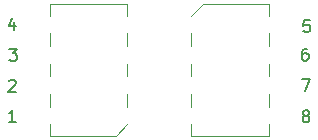
<source format=gbr>
%TF.GenerationSoftware,KiCad,Pcbnew,(6.0.0)*%
%TF.CreationDate,2022-08-06T01:30:50-04:00*%
%TF.ProjectId,port PWR extention,706f7274-2050-4575-9220-657874656e74,rev?*%
%TF.SameCoordinates,Original*%
%TF.FileFunction,Legend,Top*%
%TF.FilePolarity,Positive*%
%FSLAX46Y46*%
G04 Gerber Fmt 4.6, Leading zero omitted, Abs format (unit mm)*
G04 Created by KiCad (PCBNEW (6.0.0)) date 2022-08-06 01:30:50*
%MOMM*%
%LPD*%
G01*
G04 APERTURE LIST*
%ADD10C,0.150000*%
%ADD11C,0.100000*%
%ADD12R,3.300000X1.200000*%
%ADD13C,3.200000*%
%ADD14C,0.756412*%
%ADD15C,0.800000*%
G04 APERTURE END LIST*
D10*
X59718095Y-21792380D02*
X59241904Y-21792380D01*
X59194285Y-22268571D01*
X59241904Y-22220952D01*
X59337142Y-22173333D01*
X59575238Y-22173333D01*
X59670476Y-22220952D01*
X59718095Y-22268571D01*
X59765714Y-22363809D01*
X59765714Y-22601904D01*
X59718095Y-22697142D01*
X59670476Y-22744761D01*
X59575238Y-22792380D01*
X59337142Y-22792380D01*
X59241904Y-22744761D01*
X59194285Y-22697142D01*
X34725476Y-21960714D02*
X34725476Y-22627380D01*
X34487380Y-21579761D02*
X34249285Y-22294047D01*
X34868333Y-22294047D01*
X34311666Y-24227380D02*
X34930714Y-24227380D01*
X34597380Y-24608333D01*
X34740238Y-24608333D01*
X34835476Y-24655952D01*
X34883095Y-24703571D01*
X34930714Y-24798809D01*
X34930714Y-25036904D01*
X34883095Y-25132142D01*
X34835476Y-25179761D01*
X34740238Y-25227380D01*
X34454523Y-25227380D01*
X34359285Y-25179761D01*
X34311666Y-25132142D01*
X59329761Y-29860952D02*
X59234523Y-29813333D01*
X59186904Y-29765714D01*
X59139285Y-29670476D01*
X59139285Y-29622857D01*
X59186904Y-29527619D01*
X59234523Y-29480000D01*
X59329761Y-29432380D01*
X59520238Y-29432380D01*
X59615476Y-29480000D01*
X59663095Y-29527619D01*
X59710714Y-29622857D01*
X59710714Y-29670476D01*
X59663095Y-29765714D01*
X59615476Y-29813333D01*
X59520238Y-29860952D01*
X59329761Y-29860952D01*
X59234523Y-29908571D01*
X59186904Y-29956190D01*
X59139285Y-30051428D01*
X59139285Y-30241904D01*
X59186904Y-30337142D01*
X59234523Y-30384761D01*
X59329761Y-30432380D01*
X59520238Y-30432380D01*
X59615476Y-30384761D01*
X59663095Y-30337142D01*
X59710714Y-30241904D01*
X59710714Y-30051428D01*
X59663095Y-29956190D01*
X59615476Y-29908571D01*
X59520238Y-29860952D01*
X34845714Y-30377380D02*
X34274285Y-30377380D01*
X34560000Y-30377380D02*
X34560000Y-29377380D01*
X34464761Y-29520238D01*
X34369523Y-29615476D01*
X34274285Y-29663095D01*
X59535476Y-24202380D02*
X59345000Y-24202380D01*
X59249761Y-24250000D01*
X59202142Y-24297619D01*
X59106904Y-24440476D01*
X59059285Y-24630952D01*
X59059285Y-25011904D01*
X59106904Y-25107142D01*
X59154523Y-25154761D01*
X59249761Y-25202380D01*
X59440238Y-25202380D01*
X59535476Y-25154761D01*
X59583095Y-25107142D01*
X59630714Y-25011904D01*
X59630714Y-24773809D01*
X59583095Y-24678571D01*
X59535476Y-24630952D01*
X59440238Y-24583333D01*
X59249761Y-24583333D01*
X59154523Y-24630952D01*
X59106904Y-24678571D01*
X59059285Y-24773809D01*
X34274285Y-26922619D02*
X34321904Y-26875000D01*
X34417142Y-26827380D01*
X34655238Y-26827380D01*
X34750476Y-26875000D01*
X34798095Y-26922619D01*
X34845714Y-27017857D01*
X34845714Y-27113095D01*
X34798095Y-27255952D01*
X34226666Y-27827380D01*
X34845714Y-27827380D01*
X59091666Y-26802380D02*
X59758333Y-26802380D01*
X59329761Y-27802380D01*
D11*
%TO.C,SW2*%
X49700000Y-24000000D02*
X49700000Y-22900000D01*
X49700000Y-31600000D02*
X49700000Y-30600000D01*
X56300000Y-20400000D02*
X56300000Y-21400000D01*
X56300000Y-31600000D02*
X56300000Y-30600000D01*
X56300000Y-26500000D02*
X56300000Y-25500000D01*
X50700000Y-20400000D02*
X56300000Y-20400000D01*
X56300000Y-31600000D02*
X49700000Y-31600000D01*
X56300000Y-22900000D02*
X56300000Y-24000000D01*
X56300000Y-29100000D02*
X56300000Y-28000000D01*
X49700000Y-29100000D02*
X49700000Y-28000000D01*
X49700000Y-26500000D02*
X49700000Y-25500000D01*
X49700000Y-21400000D02*
X50700000Y-20400000D01*
%TO.C,SW1*%
X43300000Y-31600000D02*
X37700000Y-31600000D01*
X44300000Y-28000000D02*
X44300000Y-29100000D01*
X44300000Y-25500000D02*
X44300000Y-26500000D01*
X37700000Y-29100000D02*
X37700000Y-28000000D01*
X37700000Y-31600000D02*
X37700000Y-30600000D01*
X44300000Y-30600000D02*
X43300000Y-31600000D01*
X37700000Y-20400000D02*
X44300000Y-20400000D01*
X37700000Y-22900000D02*
X37700000Y-24000000D01*
X44300000Y-20400000D02*
X44300000Y-21400000D01*
X37700000Y-20400000D02*
X37700000Y-21400000D01*
X44300000Y-22900000D02*
X44300000Y-24000000D01*
X37700000Y-25500000D02*
X37700000Y-26500000D01*
%TD*%
%LPC*%
D12*
%TO.C,SW2*%
X49050000Y-22190000D03*
X49050000Y-24730000D03*
X49050000Y-27270000D03*
X49050000Y-29810000D03*
X56950000Y-29810000D03*
X56950000Y-27270000D03*
X56950000Y-24730000D03*
X56950000Y-22190000D03*
%TD*%
%TO.C,SW1*%
X44950000Y-29810000D03*
X44950000Y-27270000D03*
X44950000Y-24730000D03*
X44950000Y-22190000D03*
X37050000Y-22190000D03*
X37050000Y-24730000D03*
X37050000Y-27270000D03*
X37050000Y-29810000D03*
%TD*%
D13*
%TO.C,H1*%
X31000000Y-26000000D03*
%TD*%
%TO.C,H2*%
X63000000Y-26000000D03*
%TD*%
D14*
X27445000Y-29870000D03*
X27650000Y-28560000D03*
X27235000Y-22760000D03*
X23770000Y-24785000D03*
D15*
X41000000Y-23500000D03*
X41000000Y-28500000D03*
X72000000Y-24000000D03*
X53000000Y-23500000D03*
X22000000Y-28000000D03*
X72000000Y-28000000D03*
X22000000Y-24000000D03*
X53000000Y-26000000D03*
X41000000Y-26000000D03*
X53000000Y-28500000D03*
D14*
X68145000Y-22015000D03*
X66950000Y-22325000D03*
X66615000Y-28290000D03*
X70345000Y-27385000D03*
M02*

</source>
